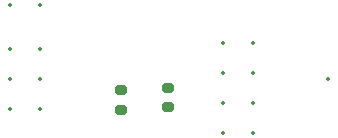
<source format=gbp>
%TF.GenerationSoftware,KiCad,Pcbnew,9.0.5*%
%TF.CreationDate,2025-11-26T16:17:29+01:00*%
%TF.ProjectId,Stacja_pogody_SD,53746163-6a61-45f7-906f-676f64795f53,rev?*%
%TF.SameCoordinates,Original*%
%TF.FileFunction,Paste,Bot*%
%TF.FilePolarity,Positive*%
%FSLAX46Y46*%
G04 Gerber Fmt 4.6, Leading zero omitted, Abs format (unit mm)*
G04 Created by KiCad (PCBNEW 9.0.5) date 2025-11-26 16:17:29*
%MOMM*%
%LPD*%
G01*
G04 APERTURE LIST*
G04 Aperture macros list*
%AMRoundRect*
0 Rectangle with rounded corners*
0 $1 Rounding radius*
0 $2 $3 $4 $5 $6 $7 $8 $9 X,Y pos of 4 corners*
0 Add a 4 corners polygon primitive as box body*
4,1,4,$2,$3,$4,$5,$6,$7,$8,$9,$2,$3,0*
0 Add four circle primitives for the rounded corners*
1,1,$1+$1,$2,$3*
1,1,$1+$1,$4,$5*
1,1,$1+$1,$6,$7*
1,1,$1+$1,$8,$9*
0 Add four rect primitives between the rounded corners*
20,1,$1+$1,$2,$3,$4,$5,0*
20,1,$1+$1,$4,$5,$6,$7,0*
20,1,$1+$1,$6,$7,$8,$9,0*
20,1,$1+$1,$8,$9,$2,$3,0*%
G04 Aperture macros list end*
%ADD10RoundRect,0.200000X-0.275000X0.200000X-0.275000X-0.200000X0.275000X-0.200000X0.275000X0.200000X0*%
%ADD11C,0.350000*%
G04 APERTURE END LIST*
D10*
%TO.C,R3*%
X130480000Y-44775000D03*
X130480000Y-46425000D03*
%TD*%
%TO.C,R2*%
X126530000Y-44970000D03*
X126530000Y-46620000D03*
%TD*%
D11*
X119645000Y-37750000D03*
X117105000Y-37750000D03*
X117115000Y-41500000D03*
X119655000Y-41500000D03*
X117115000Y-44040000D03*
X119655000Y-44040000D03*
X117115000Y-46580000D03*
X119655000Y-46580000D03*
X144000000Y-44000000D03*
X135100000Y-40940000D03*
X137640000Y-40940000D03*
X135100000Y-43480000D03*
X137640000Y-43480000D03*
X135100000Y-46020000D03*
X137640000Y-46020000D03*
X135100000Y-48560000D03*
X137640000Y-48560000D03*
M02*

</source>
